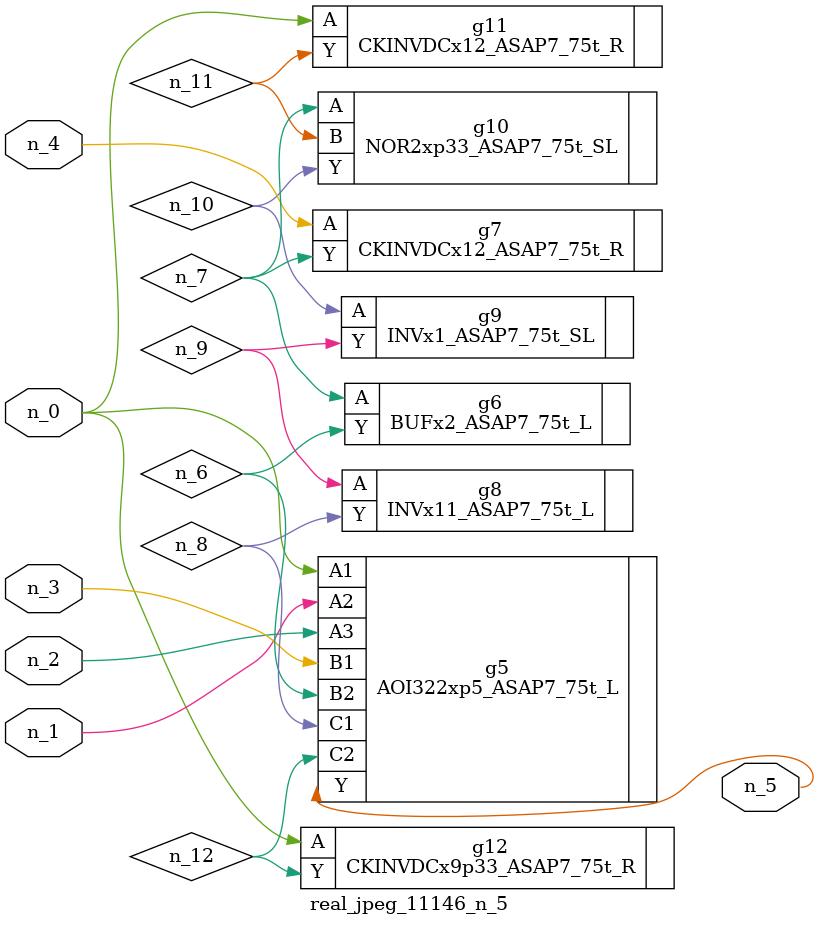
<source format=v>
module real_jpeg_11146_n_5 (n_4, n_0, n_1, n_2, n_3, n_5);

input n_4;
input n_0;
input n_1;
input n_2;
input n_3;

output n_5;

wire n_12;
wire n_8;
wire n_11;
wire n_6;
wire n_7;
wire n_10;
wire n_9;

AOI322xp5_ASAP7_75t_L g5 ( 
.A1(n_0),
.A2(n_1),
.A3(n_2),
.B1(n_3),
.B2(n_6),
.C1(n_8),
.C2(n_12),
.Y(n_5)
);

CKINVDCx12_ASAP7_75t_R g11 ( 
.A(n_0),
.Y(n_11)
);

CKINVDCx9p33_ASAP7_75t_R g12 ( 
.A(n_0),
.Y(n_12)
);

CKINVDCx12_ASAP7_75t_R g7 ( 
.A(n_4),
.Y(n_7)
);

BUFx2_ASAP7_75t_L g6 ( 
.A(n_7),
.Y(n_6)
);

NOR2xp33_ASAP7_75t_SL g10 ( 
.A(n_7),
.B(n_11),
.Y(n_10)
);

INVx11_ASAP7_75t_L g8 ( 
.A(n_9),
.Y(n_8)
);

INVx1_ASAP7_75t_SL g9 ( 
.A(n_10),
.Y(n_9)
);


endmodule
</source>
